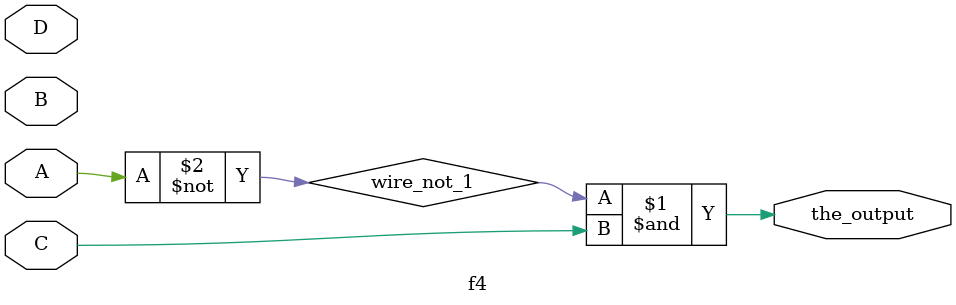
<source format=v>
module f4(the_output,A,B,C,D);
  
	input A, B, C, D;
	output the_output;

	wire wire_not_1;
	
	not gate_not_2(wire_not_1, A);
       and gate_and(the_output, wire_not_1, C);


endmodule


</source>
